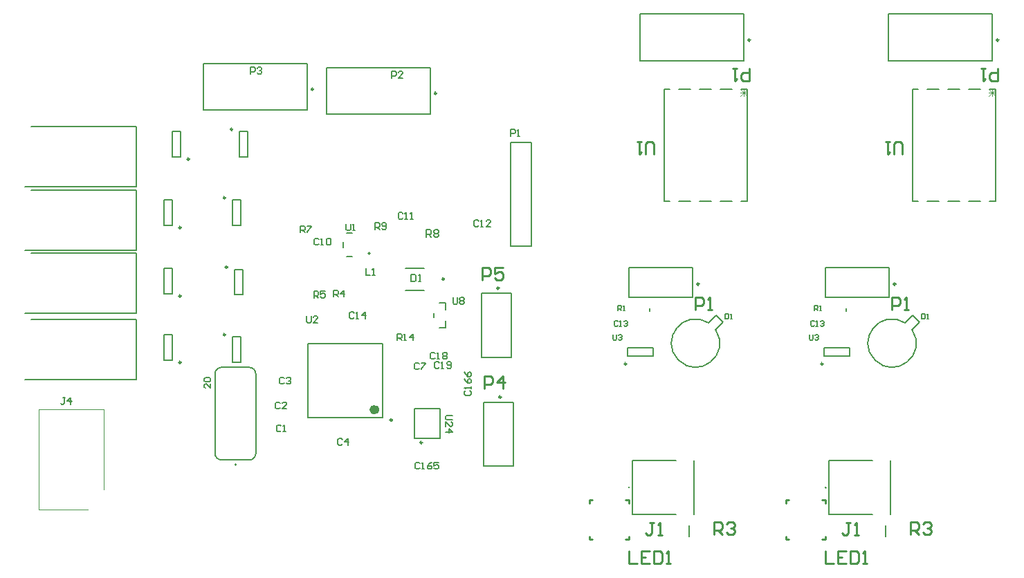
<source format=gto>
G04*
G04 #@! TF.GenerationSoftware,Altium Limited,Altium Designer,21.5.1 (32)*
G04*
G04 Layer_Color=65535*
%FSLAX25Y25*%
%MOIN*%
G70*
G04*
G04 #@! TF.SameCoordinates,35D1D81E-305D-4ED3-A4E5-B3A77E649114*
G04*
G04*
G04 #@! TF.FilePolarity,Positive*
G04*
G01*
G75*
%ADD13C,0.01000*%
%ADD51C,0.00787*%
%ADD52C,0.00984*%
%ADD53C,0.00600*%
%ADD54C,0.00300*%
%ADD55C,0.00500*%
%ADD56C,0.02362*%
%ADD57C,0.00700*%
%ADD58C,0.00394*%
D13*
X373997Y138000D02*
X375497D01*
X373997Y136500D02*
Y138000D01*
Y119000D02*
Y120500D01*
Y119000D02*
X375497D01*
X391497D02*
X392997D01*
Y120500D01*
X391497Y138000D02*
X392997D01*
Y136500D02*
Y138000D01*
X393003Y113499D02*
Y107501D01*
X397002D01*
X403000Y113499D02*
X399001D01*
Y107501D01*
X403000D01*
X399001Y110500D02*
X401001D01*
X404999Y113499D02*
Y107501D01*
X407998D01*
X408998Y108501D01*
Y112499D01*
X407998Y113499D01*
X404999D01*
X410997Y107501D02*
X412997D01*
X411997D01*
Y113499D01*
X410997Y112499D01*
X405000Y126999D02*
X403001D01*
X404000D01*
Y122001D01*
X403001Y121001D01*
X402001D01*
X401001Y122001D01*
X406999Y121001D02*
X408999D01*
X407999D01*
Y126999D01*
X406999Y125999D01*
X434002Y121501D02*
Y127499D01*
X437001D01*
X438000Y126499D01*
Y124500D01*
X437001Y123500D01*
X434002D01*
X436001D02*
X438000Y121501D01*
X440000Y126499D02*
X440999Y127499D01*
X442999D01*
X443998Y126499D01*
Y125500D01*
X442999Y124500D01*
X441999D01*
X442999D01*
X443998Y123500D01*
Y122501D01*
X442999Y121501D01*
X440999D01*
X440000Y122501D01*
X468682Y138000D02*
X470182D01*
X468682Y136500D02*
Y138000D01*
Y119000D02*
Y120500D01*
Y119000D02*
X470182D01*
X486182D02*
X487682D01*
Y120500D01*
X486182Y138000D02*
X487682D01*
Y136500D02*
Y138000D01*
X487688Y113499D02*
Y107501D01*
X491687D01*
X497685Y113499D02*
X493686D01*
Y107501D01*
X497685D01*
X493686Y110500D02*
X495686D01*
X499684Y113499D02*
Y107501D01*
X502683D01*
X503683Y108501D01*
Y112499D01*
X502683Y113499D01*
X499684D01*
X505683Y107501D02*
X507682D01*
X506682D01*
Y113499D01*
X505683Y112499D01*
X499685Y126999D02*
X497686D01*
X498685D01*
Y122001D01*
X497686Y121001D01*
X496686D01*
X495686Y122001D01*
X501685Y121001D02*
X503684D01*
X502684D01*
Y126999D01*
X501685Y125999D01*
X528687Y121501D02*
Y127499D01*
X531686D01*
X532685Y126499D01*
Y124500D01*
X531686Y123500D01*
X528687D01*
X530686D02*
X532685Y121501D01*
X534685Y126499D02*
X535684Y127499D01*
X537684D01*
X538684Y126499D01*
Y125500D01*
X537684Y124500D01*
X536684D01*
X537684D01*
X538684Y123500D01*
Y122501D01*
X537684Y121501D01*
X535684D01*
X534685Y122501D01*
X570785Y346185D02*
Y340187D01*
X567786D01*
X566786Y341186D01*
Y343186D01*
X567786Y344186D01*
X570785D01*
X564787Y346185D02*
X562788D01*
X563787D01*
Y340187D01*
X564787Y341186D01*
X524684Y304686D02*
Y309684D01*
X523684Y310684D01*
X521685D01*
X520685Y309684D01*
Y304686D01*
X518686Y310684D02*
X516686D01*
X517686D01*
Y304686D01*
X518686Y305686D01*
X451100Y346185D02*
Y340187D01*
X448101D01*
X447101Y341186D01*
Y343186D01*
X448101Y344186D01*
X451100D01*
X445102Y346185D02*
X443103D01*
X444102D01*
Y340187D01*
X445102Y341186D01*
X404999Y304686D02*
Y309684D01*
X403999Y310684D01*
X402000D01*
X401000Y309684D01*
Y304686D01*
X399001Y310684D02*
X397001D01*
X398001D01*
Y304686D01*
X399001Y305686D01*
X425186Y229607D02*
Y235605D01*
X428185D01*
X429185Y234606D01*
Y232606D01*
X428185Y231607D01*
X425186D01*
X431184Y229607D02*
X433184D01*
X432184D01*
Y235605D01*
X431184Y234606D01*
X519872Y229607D02*
Y235605D01*
X522870D01*
X523870Y234606D01*
Y232606D01*
X522870Y231607D01*
X519872D01*
X525870Y229607D02*
X527869D01*
X526869D01*
Y235605D01*
X525870Y234606D01*
X322600Y244100D02*
Y250098D01*
X325599D01*
X326599Y249098D01*
Y247099D01*
X325599Y246099D01*
X322600D01*
X332597Y250098D02*
X328598D01*
Y247099D01*
X330597Y248099D01*
X331597D01*
X332597Y247099D01*
Y245100D01*
X331597Y244100D01*
X329598D01*
X328598Y245100D01*
X323600Y191600D02*
Y197598D01*
X326599D01*
X327599Y196598D01*
Y194599D01*
X326599Y193599D01*
X323600D01*
X332597Y191600D02*
Y197598D01*
X329598Y194599D01*
X333597D01*
D51*
X393420Y144016D02*
G03*
X393420Y144016I-290J0D01*
G01*
X424500Y131000D02*
Y157181D01*
X394776Y130910D02*
Y157091D01*
X415866D01*
X394776Y130910D02*
X415866D01*
X422000Y120441D02*
Y125559D01*
X488105Y144016D02*
G03*
X488105Y144016I-290J0D01*
G01*
X519185Y131000D02*
Y157181D01*
X489461Y130910D02*
Y157091D01*
X510551D01*
X489461Y130910D02*
X510551D01*
X516685Y120441D02*
Y125559D01*
X568185Y372205D02*
X518185D01*
X568185D02*
Y349685D01*
X518185D01*
Y372205D02*
Y349685D01*
X448500Y372205D02*
X398500D01*
X448500D02*
Y349685D01*
X398500D01*
Y372205D02*
Y349685D01*
X431556Y223317D02*
G03*
X434896Y219977I-6370J-9711D01*
G01*
X393150Y235806D02*
Y249980D01*
Y235806D02*
X423858D01*
X393150Y249980D02*
X423858D01*
Y235806D02*
Y249980D01*
X431556Y223317D02*
X435175Y226937D01*
X438515Y223596D01*
X434896Y219977D02*
X438515Y223596D01*
X403016Y229016D02*
Y230197D01*
X392473Y207441D02*
Y211378D01*
X404677Y207441D02*
Y211378D01*
X392473Y207441D02*
X404677D01*
X392473Y211378D02*
X404677D01*
X526241Y223317D02*
G03*
X529581Y219977I-6370J-9711D01*
G01*
X487835Y235806D02*
Y249980D01*
Y235806D02*
X518543D01*
X487835Y249980D02*
X518543D01*
Y235806D02*
Y249980D01*
X526241Y223317D02*
X529860Y226937D01*
X533200Y223596D01*
X529581Y219977D02*
X533200Y223596D01*
X497701Y229016D02*
Y230197D01*
X487158Y207441D02*
Y211378D01*
X499362Y207441D02*
Y211378D01*
X487158Y207441D02*
X499362D01*
X487158Y211378D02*
X499362D01*
X124500Y185098D02*
G03*
X123713Y185098I-394J0D01*
G01*
D02*
G03*
X124500Y185098I394J0D01*
G01*
X268382Y256866D02*
G03*
X268382Y256866I-394J0D01*
G01*
X193658Y160512D02*
G03*
X196906Y157264I3248J0D01*
G01*
X210094Y157264D02*
G03*
X213342Y160512I0J3248D01*
G01*
Y198701D02*
G03*
X210094Y201949I-3248J0D01*
G01*
X196906Y201949D02*
G03*
X193658Y198701I0J-3248D01*
G01*
X169032Y205398D02*
X172968D01*
X169032Y217602D02*
X172968D01*
Y205398D02*
Y217602D01*
X169032Y205398D02*
Y217602D01*
X202031Y216602D02*
X205968D01*
X202031Y204398D02*
X205968D01*
X202031D02*
Y216602D01*
X205968Y204398D02*
Y216602D01*
X203031Y249102D02*
X206968D01*
X203031Y236898D02*
X206968D01*
X203031D02*
Y249102D01*
X206968Y236898D02*
Y249102D01*
X169032Y237398D02*
X172968D01*
X169032Y249602D02*
X172968D01*
Y237398D02*
Y249602D01*
X169032Y237398D02*
Y249602D01*
Y270398D02*
X172968D01*
X169032Y282602D02*
X172968D01*
Y270398D02*
Y282602D01*
X169032Y270398D02*
Y282602D01*
X202031D02*
X205968D01*
X202031Y270398D02*
X205968D01*
X202031D02*
Y282602D01*
X205968Y270398D02*
Y282602D01*
X205532Y315602D02*
X209469D01*
X205532Y303398D02*
X209469D01*
X205532D02*
Y315602D01*
X209469Y303398D02*
Y315602D01*
X173031Y303398D02*
X176969D01*
X173031Y315602D02*
X176969D01*
Y303398D02*
Y315602D01*
X173031Y303398D02*
Y315602D01*
X102244Y288992D02*
X155748D01*
Y318008D01*
X105000D02*
X155748D01*
X102244Y258492D02*
X155748D01*
Y287508D01*
X105000D02*
X155748D01*
X102244Y227992D02*
X155748D01*
Y257008D01*
X105000D02*
X155748D01*
X102244Y195992D02*
X155748D01*
Y225008D01*
X105000D02*
X155748D01*
X285571Y239185D02*
X294429D01*
X285571Y249815D02*
X294429D01*
X323126Y154339D02*
X337300D01*
Y185047D01*
X323127Y154339D02*
Y185047D01*
X337300D01*
X322126Y206839D02*
X336300D01*
Y237547D01*
X322127Y206839D02*
Y237547D01*
X336300D01*
X247314Y346520D02*
X297314D01*
Y324000D02*
Y346520D01*
X247314Y324000D02*
X297314D01*
X247314D02*
Y346520D01*
X188000Y348520D02*
X238000D01*
Y326000D02*
Y348520D01*
X188000Y326000D02*
X238000D01*
X188000D02*
Y348520D01*
X289799Y167815D02*
X302201D01*
Y182185D01*
X289799D02*
X302201D01*
X289799Y167815D02*
Y182185D01*
X299244Y225917D02*
Y228083D01*
X301902Y221016D02*
X304756D01*
Y229658D02*
Y232984D01*
Y221016D02*
Y224342D01*
X301902Y232984D02*
X304756D01*
X238587Y213413D02*
X274413D01*
X238587Y177587D02*
X274413D01*
X238587D02*
Y213413D01*
X274413Y177587D02*
Y213413D01*
X336000Y310500D02*
X346000D01*
Y260500D02*
Y310500D01*
X336000Y260500D02*
Y310500D01*
Y260500D02*
X346000D01*
X196906Y157264D02*
X210094D01*
X193658Y160512D02*
Y198701D01*
X213342Y160512D02*
Y198701D01*
X196906Y201949D02*
X210094D01*
D52*
X570252Y359685D02*
G03*
X570252Y359685I500J0D01*
G01*
X450567D02*
G03*
X450567Y359685I500J0D01*
G01*
X426909Y242106D02*
G03*
X426909Y242106I-492J0D01*
G01*
X391882Y203602D02*
G03*
X391882Y203602I-492J0D01*
G01*
X521595Y242106D02*
G03*
X521595Y242106I-492J0D01*
G01*
X486567Y203602D02*
G03*
X486567Y203602I-492J0D01*
G01*
X177299Y204315D02*
G03*
X177299Y204315I-492J0D01*
G01*
X198685Y217685D02*
G03*
X198685Y217685I-492J0D01*
G01*
X199685Y250185D02*
G03*
X199685Y250185I-492J0D01*
G01*
X177299Y236315D02*
G03*
X177299Y236315I-492J0D01*
G01*
Y269315D02*
G03*
X177299Y269315I-492J0D01*
G01*
X198685Y283685D02*
G03*
X198685Y283685I-492J0D01*
G01*
X202185Y316685D02*
G03*
X202185Y316685I-492J0D01*
G01*
X181299Y302315D02*
G03*
X181299Y302315I-492J0D01*
G01*
X304075Y244500D02*
G03*
X304075Y244500I-492J0D01*
G01*
X331492Y187606D02*
G03*
X331492Y187606I-492J0D01*
G01*
X330492Y240106D02*
G03*
X330492Y240106I-492J0D01*
G01*
X300381Y334000D02*
G03*
X300381Y334000I-500J0D01*
G01*
X241067Y336000D02*
G03*
X241067Y336000I-500J0D01*
G01*
X293539Y165650D02*
G03*
X293539Y165650I-492J0D01*
G01*
X279039Y176504D02*
G03*
X279039Y176504I-492J0D01*
G01*
D53*
X569685Y282185D02*
X566895D01*
X529685Y336185D02*
Y282185D01*
X532475D02*
X529685D01*
X569685Y336185D02*
Y282185D01*
Y336185D02*
X566895D01*
X562475D02*
X556895D01*
X552475D02*
X546895D01*
X542475D02*
X536895D01*
X532475D02*
X529685D01*
X542475Y282185D02*
X536895D01*
X552475D02*
X546895D01*
X562475D02*
X556895D01*
X450000D02*
X447210D01*
X410000Y336185D02*
Y282185D01*
X412790D02*
X410000D01*
X450000Y336185D02*
Y282185D01*
Y336185D02*
X447210D01*
X442790D02*
X437210D01*
X432790D02*
X427210D01*
X422790D02*
X417210D01*
X412790D02*
X410000D01*
X422790Y282185D02*
X417210D01*
X432790D02*
X427210D01*
X442790D02*
X437210D01*
X288101Y246799D02*
Y243201D01*
X289900D01*
X290500Y243800D01*
Y246200D01*
X289900Y246799D01*
X288101D01*
X291700Y243201D02*
X292899D01*
X292299D01*
Y246799D01*
X291700Y246200D01*
X266367Y249600D02*
Y246400D01*
X268500D01*
X269566D02*
X270633D01*
X270099D01*
Y249600D01*
X269566Y249066D01*
X237834Y226600D02*
Y223934D01*
X238367Y223400D01*
X239434D01*
X239967Y223934D01*
Y226600D01*
X243166Y223400D02*
X241033D01*
X243166Y225533D01*
Y226066D01*
X242633Y226600D01*
X241566D01*
X241033Y226066D01*
X336200Y313500D02*
Y316699D01*
X337800D01*
X338333Y316166D01*
Y315100D01*
X337800Y314566D01*
X336200D01*
X339399Y313500D02*
X340465D01*
X339932D01*
Y316699D01*
X339399Y316166D01*
X121467Y187257D02*
X120401D01*
X120934D01*
Y184591D01*
X120401Y184058D01*
X119867D01*
X119334Y184591D01*
X124133Y184058D02*
Y187257D01*
X122533Y185658D01*
X124666D01*
X301634Y204066D02*
X301101Y204599D01*
X300034D01*
X299501Y204066D01*
Y201934D01*
X300034Y201400D01*
X301101D01*
X301634Y201934D01*
X302700Y201400D02*
X303767D01*
X303233D01*
Y204599D01*
X302700Y204066D01*
X305366Y201934D02*
X305899Y201400D01*
X306965D01*
X307499Y201934D01*
Y204066D01*
X306965Y204599D01*
X305899D01*
X305366Y204066D01*
Y203533D01*
X305899Y203000D01*
X307499D01*
X299634Y208566D02*
X299101Y209100D01*
X298035D01*
X297501Y208566D01*
Y206434D01*
X298035Y205901D01*
X299101D01*
X299634Y206434D01*
X300700Y205901D02*
X301767D01*
X301233D01*
Y209100D01*
X300700Y208566D01*
X303366D02*
X303899Y209100D01*
X304965D01*
X305499Y208566D01*
Y208033D01*
X304965Y207500D01*
X305499Y206967D01*
Y206434D01*
X304965Y205901D01*
X303899D01*
X303366Y206434D01*
Y206967D01*
X303899Y207500D01*
X303366Y208033D01*
Y208566D01*
X303899Y207500D02*
X304965D01*
X308100Y178765D02*
X305434D01*
X304901Y178232D01*
Y177166D01*
X305434Y176633D01*
X308100D01*
X304901Y173434D02*
Y175566D01*
X307033Y173434D01*
X307566D01*
X308100Y173967D01*
Y175033D01*
X307566Y175566D01*
X304901Y170768D02*
X308100D01*
X306500Y172367D01*
Y170235D01*
X308334Y235599D02*
Y232934D01*
X308867Y232400D01*
X309934D01*
X310467Y232934D01*
Y235599D01*
X311533Y235066D02*
X312066Y235599D01*
X313133D01*
X313666Y235066D01*
Y234533D01*
X313133Y234000D01*
X313666Y233467D01*
Y232934D01*
X313133Y232400D01*
X312066D01*
X311533Y232934D01*
Y233467D01*
X312066Y234000D01*
X311533Y234533D01*
Y235066D01*
X312066Y234000D02*
X313133D01*
X256867Y271099D02*
Y268434D01*
X257400Y267900D01*
X258467D01*
X259000Y268434D01*
Y271099D01*
X260066Y267900D02*
X261133D01*
X260599D01*
Y271099D01*
X260066Y270566D01*
X281501Y214900D02*
Y218099D01*
X283101D01*
X283634Y217566D01*
Y216500D01*
X283101Y215967D01*
X281501D01*
X282568D02*
X283634Y214900D01*
X284700D02*
X285767D01*
X285233D01*
Y218099D01*
X284700Y217566D01*
X288966Y214900D02*
Y218099D01*
X287366Y216500D01*
X289499D01*
X270834Y268401D02*
Y271600D01*
X272434D01*
X272967Y271066D01*
Y270000D01*
X272434Y269467D01*
X270834D01*
X271901D02*
X272967Y268401D01*
X274033Y268934D02*
X274566Y268401D01*
X275633D01*
X276166Y268934D01*
Y271066D01*
X275633Y271600D01*
X274566D01*
X274033Y271066D01*
Y270533D01*
X274566Y270000D01*
X276166D01*
X295501Y264701D02*
Y268299D01*
X297300D01*
X297900Y267700D01*
Y266500D01*
X297300Y265900D01*
X295501D01*
X296701D02*
X297900Y264701D01*
X299100Y267700D02*
X299700Y268299D01*
X300899D01*
X301499Y267700D01*
Y267100D01*
X300899Y266500D01*
X301499Y265900D01*
Y265300D01*
X300899Y264701D01*
X299700D01*
X299100Y265300D01*
Y265900D01*
X299700Y266500D01*
X299100Y267100D01*
Y267700D01*
X299700Y266500D02*
X300899D01*
X234834Y266900D02*
Y270099D01*
X236434D01*
X236967Y269566D01*
Y268500D01*
X236434Y267967D01*
X234834D01*
X235900D02*
X236967Y266900D01*
X238033Y270099D02*
X240166D01*
Y269566D01*
X238033Y267434D01*
Y266900D01*
X241334Y235401D02*
Y238599D01*
X242934D01*
X243467Y238066D01*
Y237000D01*
X242934Y236467D01*
X241334D01*
X242401D02*
X243467Y235401D01*
X246666Y238599D02*
X244533D01*
Y237000D01*
X245600Y237533D01*
X246133D01*
X246666Y237000D01*
Y235934D01*
X246133Y235401D01*
X245066D01*
X244533Y235934D01*
X250834Y235900D02*
Y239100D01*
X252434D01*
X252967Y238566D01*
Y237500D01*
X252434Y236967D01*
X250834D01*
X251901D02*
X252967Y235900D01*
X255633D02*
Y239100D01*
X254033Y237500D01*
X256166D01*
X210834Y343401D02*
Y346600D01*
X212434D01*
X212967Y346066D01*
Y345000D01*
X212434Y344467D01*
X210834D01*
X214033Y346066D02*
X214566Y346600D01*
X215633D01*
X216166Y346066D01*
Y345533D01*
X215633Y345000D01*
X215100D01*
X215633D01*
X216166Y344467D01*
Y343934D01*
X215633Y343401D01*
X214566D01*
X214033Y343934D01*
X278834Y341401D02*
Y344600D01*
X280434D01*
X280967Y344066D01*
Y343000D01*
X280434Y342467D01*
X278834D01*
X284166Y341401D02*
X282033D01*
X284166Y343533D01*
Y344066D01*
X283633Y344600D01*
X282566D01*
X282033Y344066D01*
X314434Y190534D02*
X313900Y190001D01*
Y188935D01*
X314434Y188402D01*
X316566D01*
X317099Y188935D01*
Y190001D01*
X316566Y190534D01*
X317099Y191601D02*
Y192667D01*
Y192134D01*
X313900D01*
X314434Y191601D01*
X313900Y196399D02*
X314434Y195333D01*
X315500Y194267D01*
X316566D01*
X317099Y194800D01*
Y195866D01*
X316566Y196399D01*
X316033D01*
X315500Y195866D01*
Y194267D01*
X313900Y199598D02*
X314434Y198532D01*
X315500Y197466D01*
X316566D01*
X317099Y197999D01*
Y199065D01*
X316566Y199598D01*
X316033D01*
X315500Y199065D01*
Y197466D01*
X292290Y155566D02*
X291757Y156099D01*
X290691D01*
X290158Y155566D01*
Y153434D01*
X290691Y152901D01*
X291757D01*
X292290Y153434D01*
X293357Y152901D02*
X294423D01*
X293890D01*
Y156099D01*
X293357Y155566D01*
X298155Y156099D02*
X297089Y155566D01*
X296023Y154500D01*
Y153434D01*
X296556Y152901D01*
X297622D01*
X298155Y153434D01*
Y153967D01*
X297622Y154500D01*
X296023D01*
X301354Y156099D02*
X299221D01*
Y154500D01*
X300288Y155033D01*
X300821D01*
X301354Y154500D01*
Y153434D01*
X300821Y152901D01*
X299755D01*
X299221Y153434D01*
X260634Y228066D02*
X260101Y228600D01*
X259034D01*
X258501Y228066D01*
Y225934D01*
X259034Y225400D01*
X260101D01*
X260634Y225934D01*
X261700Y225400D02*
X262767D01*
X262233D01*
Y228600D01*
X261700Y228066D01*
X265966Y225400D02*
Y228600D01*
X264366Y227000D01*
X266499D01*
X320634Y272503D02*
X320101Y273037D01*
X319035D01*
X318501Y272503D01*
Y270371D01*
X319035Y269837D01*
X320101D01*
X320634Y270371D01*
X321700Y269837D02*
X322767D01*
X322233D01*
Y273037D01*
X321700Y272503D01*
X326499Y269837D02*
X324366D01*
X326499Y271970D01*
Y272503D01*
X325965Y273037D01*
X324899D01*
X324366Y272503D01*
X284167Y276066D02*
X283634Y276600D01*
X282568D01*
X282034Y276066D01*
Y273934D01*
X282568Y273400D01*
X283634D01*
X284167Y273934D01*
X285233Y273400D02*
X286300D01*
X285767D01*
Y276600D01*
X285233Y276066D01*
X287899Y273400D02*
X288966D01*
X288432D01*
Y276600D01*
X287899Y276066D01*
X243634Y263566D02*
X243101Y264100D01*
X242035D01*
X241501Y263566D01*
Y261434D01*
X242035Y260900D01*
X243101D01*
X243634Y261434D01*
X244700Y260900D02*
X245767D01*
X245233D01*
Y264100D01*
X244700Y263566D01*
X247366D02*
X247899Y264100D01*
X248966D01*
X249499Y263566D01*
Y261434D01*
X248966Y260900D01*
X247899D01*
X247366Y261434D01*
Y263566D01*
X291967Y203566D02*
X291434Y204099D01*
X290367D01*
X289834Y203566D01*
Y201434D01*
X290367Y200901D01*
X291434D01*
X291967Y201434D01*
X293033Y204099D02*
X295166D01*
Y203566D01*
X293033Y201434D01*
Y200901D01*
X254967Y167066D02*
X254434Y167599D01*
X253367D01*
X252834Y167066D01*
Y164934D01*
X253367Y164400D01*
X254434D01*
X254967Y164934D01*
X257633Y164400D02*
Y167599D01*
X256033Y166000D01*
X258166D01*
X226967Y196566D02*
X226434Y197099D01*
X225367D01*
X224834Y196566D01*
Y194434D01*
X225367Y193901D01*
X226434D01*
X226967Y194434D01*
X228033Y196566D02*
X228566Y197099D01*
X229633D01*
X230166Y196566D01*
Y196033D01*
X229633Y195500D01*
X229099D01*
X229633D01*
X230166Y194967D01*
Y194434D01*
X229633Y193901D01*
X228566D01*
X228033Y194434D01*
X224967Y184566D02*
X224434Y185099D01*
X223367D01*
X222834Y184566D01*
Y182434D01*
X223367Y181901D01*
X224434D01*
X224967Y182434D01*
X228166Y181901D02*
X226033D01*
X228166Y184033D01*
Y184566D01*
X227633Y185099D01*
X226566D01*
X226033Y184566D01*
X225500Y173566D02*
X224967Y174100D01*
X223901D01*
X223367Y173566D01*
Y171434D01*
X223901Y170900D01*
X224967D01*
X225500Y171434D01*
X226566Y170900D02*
X227633D01*
X227099D01*
Y174100D01*
X226566Y173566D01*
D54*
X569750Y335935D02*
X566418Y332603D01*
Y335935D02*
X569750Y332603D01*
X568084Y335935D02*
Y332603D01*
X566418Y334269D02*
X569750D01*
X450065Y335935D02*
X446733Y332603D01*
Y335935D02*
X450065Y332603D01*
X448399Y335935D02*
Y332603D01*
X446733Y334269D02*
X450065D01*
D55*
X439519Y227856D02*
Y225357D01*
X440769D01*
X441185Y225773D01*
Y227439D01*
X440769Y227856D01*
X439519D01*
X442018Y225357D02*
X442851D01*
X442435D01*
Y227856D01*
X442018Y227439D01*
X385492Y217659D02*
Y215576D01*
X385909Y215160D01*
X386742D01*
X387158Y215576D01*
Y217659D01*
X387991Y217243D02*
X388408Y217659D01*
X389241D01*
X389657Y217243D01*
Y216826D01*
X389241Y216409D01*
X388824D01*
X389241D01*
X389657Y215993D01*
Y215576D01*
X389241Y215160D01*
X388408D01*
X387991Y215576D01*
X387775Y229357D02*
Y231856D01*
X389024D01*
X389441Y231439D01*
Y230606D01*
X389024Y230190D01*
X387775D01*
X388608D02*
X389441Y229357D01*
X390274D02*
X391107D01*
X390691D01*
Y231856D01*
X390274Y231439D01*
X387696Y223939D02*
X387279Y224356D01*
X386446D01*
X386030Y223939D01*
Y222273D01*
X386446Y221857D01*
X387279D01*
X387696Y222273D01*
X388529Y221857D02*
X389362D01*
X388945D01*
Y224356D01*
X388529Y223939D01*
X390611D02*
X391028Y224356D01*
X391861D01*
X392278Y223939D01*
Y223523D01*
X391861Y223106D01*
X391444D01*
X391861D01*
X392278Y222690D01*
Y222273D01*
X391861Y221857D01*
X391028D01*
X390611Y222273D01*
X534204Y227856D02*
Y225357D01*
X535454D01*
X535870Y225773D01*
Y227439D01*
X535454Y227856D01*
X534204D01*
X536703Y225357D02*
X537536D01*
X537120D01*
Y227856D01*
X536703Y227439D01*
X480177Y217659D02*
Y215576D01*
X480594Y215160D01*
X481427D01*
X481843Y215576D01*
Y217659D01*
X482677Y217243D02*
X483093Y217659D01*
X483926D01*
X484343Y217243D01*
Y216826D01*
X483926Y216409D01*
X483509D01*
X483926D01*
X484343Y215993D01*
Y215576D01*
X483926Y215160D01*
X483093D01*
X482677Y215576D01*
X482460Y229357D02*
Y231856D01*
X483710D01*
X484126Y231439D01*
Y230606D01*
X483710Y230190D01*
X482460D01*
X483293D02*
X484126Y229357D01*
X484959D02*
X485792D01*
X485376D01*
Y231856D01*
X484959Y231439D01*
X482381Y223939D02*
X481964Y224356D01*
X481131D01*
X480715Y223939D01*
Y222273D01*
X481131Y221857D01*
X481964D01*
X482381Y222273D01*
X483214Y221857D02*
X484047D01*
X483630D01*
Y224356D01*
X483214Y223939D01*
X485296D02*
X485713Y224356D01*
X486546D01*
X486963Y223939D01*
Y223523D01*
X486546Y223106D01*
X486130D01*
X486546D01*
X486963Y222690D01*
Y222273D01*
X486546Y221857D01*
X485713D01*
X485296Y222273D01*
X257201Y255291D02*
X259799D01*
X255350Y259681D02*
Y262319D01*
X257201Y266709D02*
X259799D01*
X191499Y194000D02*
Y192001D01*
X189500Y194000D01*
X189000D01*
X188500Y193500D01*
Y192501D01*
X189000Y192001D01*
Y195000D02*
X188500Y195500D01*
Y196499D01*
X189000Y196999D01*
X191000D01*
X191499Y196499D01*
Y195500D01*
X191000Y195000D01*
X189000D01*
D56*
X271657Y181524D02*
G03*
X271657Y181524I-1181J0D01*
G01*
D57*
X203850Y154989D02*
G03*
X203850Y154989I-350J0D01*
G01*
D58*
X108752Y133307D02*
X132374D01*
X108752D02*
Y181693D01*
X140150D01*
Y142972D02*
Y181693D01*
M02*

</source>
